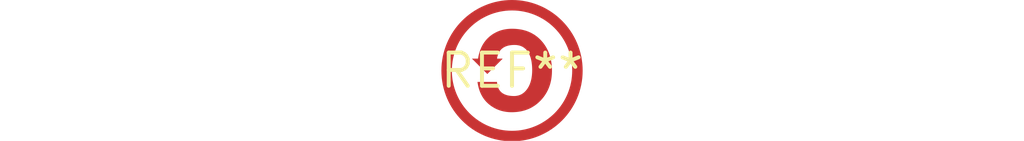
<source format=kicad_pcb>
(kicad_pcb (version 20240108) (generator pcbnew)
  (layers (0 "F.Cu" signal) (31 "B.Cu" signal) (34 "B.Paste" user) (35 "F.Paste" user) (36 "B.SilkS" user "B.Silkscreen") (37 "F.SilkS" user "F.Silkscreen") (38 "B.Mask" user) (39 "F.Mask" user) (44 "Edge.Cuts" user))
  (net 0 "")
  (footprint "Symbol_CC-ShareAlike_CopperTop_Small" (layer "F.Cu") (at 0 0)
    (property "Reference" "REF**")
    (property "Value" "Symbol_CC-ShareAlike_CopperTop_Small")
    (fp_circle (center 0.00064 0) (end 2.50064 0) (layer "F.Cu") (stroke (width 0.4)) (fill none))
    (fp_poly (pts (xy 0.089378 -1.599407) (xy 0.173326 -1.594134) (xy 0.255047 -1.585345) (xy 0.33454 -1.573042) (xy 0.411806 -1.557226) (xy 0.486844 -1.537895) (xy 0.559651 -1.515053) (xy 0.630228 -1.488697) (xy 0.698574 -1.45883) (xy 0.764688 -1.425452) (xy 0.82857 -1.388564) (xy 0.890217 -1.348165) (xy 0.949631 -1.304256) (xy 1.006809 -1.256839) (xy 1.06175 -1.205913) (xy 1.114456 -1.151479) (xy 1.16443 -1.094264) (xy 1.211182 -1.035063) (xy 1.25471 -0.973877) (xy 1.295015 -0.910706) (xy 1.332096 -0.84555) (xy 1.365953 -0.778409) (xy 1.396587 -0.709284) (xy 1.423997 -0.638175) (xy 1.448182 -0.565082) (xy 1.469143 -0.490005) (xy 1.48688 -0.412946) (xy 1.501392 -0.333903) (xy 1.512679 -0.252878) (xy 1.520742 -0.169871) (xy 1.52558 -0.084881) (xy 1.527192 0.002091) (xy 1.525518 0.086531) (xy 1.520495 0.169169) (xy 1.512123 0.250007) (xy 1.500404 0.329043) (xy 1.485336 0.406278) (xy 1.466921 0.481713) (xy 1.445159 0.555347) (xy 1.420049 0.627181) (xy 1.391593 0.697214) (xy 1.35979 0.765447) (xy 1.324642 0.83188) (xy 1.286147 0.896512) (xy 1.244306 0.959346) (xy 1.19912 1.020379) (xy 1.150589 1.079613) (xy 1.098713 1.137047) (xy 1.044108 1.191818) (xy 0.987526 1.243058) (xy 0.928967 1.290769) (xy 0.86843 1.334948) (xy 0.805913 1.375597) (xy 0.741416 1.412713) (xy 0.674937 1.446298) (xy 0.606476 1.476349) (xy 0.53603 1.502867) (xy 0.4636 1.525851) (xy 0.389184 1.545301) (xy 0.312781 1.561215) (xy 0.23439 1.573594) (xy 0.15401 1.582437) (xy 0.07164 1.587743) (xy -0.012722 1.589512) (xy -0.075023 1.588334) (xy -0.136249 1.584801) (xy -0.1964 1.578913) (xy -0.255477 1.57067) (xy -0.313478 1.56007) (xy -0.370405 1.547114) (xy -0.426257 1.531801) (xy -0.481033 1.514132) (xy -0.534734 1.494105) (xy -0.587359 1.471722) (xy -0.638908 1.44698) (xy -0.689382 1.419881) (xy -0.73878 1.390424) (xy -0.787101 1.358608) (xy -0.834347 1.324433) (xy -0.880516 1.2879) (xy -0.925025 1.249196) (xy -0.967259 1.20851) (xy -1.007216 1.165842) (xy -1.044898 1.121192) (xy -1.080305 1.074559) (xy -1.113437 1.025943) (xy -1.144295 0.975344) (xy -1.172878 0.922762) (xy -1.199189 0.868195) (xy -1.223226 0.811645) (xy -1.244991 0.75311) (xy -1.264483 0.692591) (xy -1.281703 0.630087) (xy -1.296652 0.565598) (xy -1.30933 0.499123) (xy -1.319737 0.430663) (xy -0.57344 0.430663) (xy -0.571207 0.463873) (xy -0.567805 0.496028) (xy -0.563235 0.527129) (xy -0.557497 0.557176) (xy -0.55059 0.586169) (xy -0.542515 0.614107) (xy -0.533272 0.640991) (xy -0.522861 0.666821) (xy -0.511282 0.691597) (xy -0.498534 0.715318) (xy -0.484618 0.737985) (xy -0.469534 0.759597) (xy -0.453282 0.780156) (xy -0.435861 0.79966) (xy -0.417273 0.81811) (xy -0.397516 0.835505) (xy -0.37659 0.851847) (xy -0.354497 0.867134) (xy -0.331235 0.881366) (xy -0.306805 0.894545) (xy -0.281207 0.906669) (xy -0.254441 0.917739) (xy -0.226507 0.927755) (xy -0.197404 0.936716) (xy -0.167133 0.944623) (xy -0.135694 0.951476) (xy -0.103086 0.957274) (xy -0.06931 0.962019) (xy -0.034367 0.965708) (xy 0.001746 0.968344) (xy 0.039026 0.969926) (xy 0.077475 0.970453) (xy 0.116 0.969398) (xy 0.153581 0.966234) (xy 0.190217 0.960961) (xy 0.225906 0.953578) (xy 0.260648 0.944088) (xy 0.294443 0.932489) (xy 0.32729 0.918782) (xy 0.359188 0.902967) (xy 0.390136 0.885045) (xy 0.420134 0.865016) (xy 0.449181 0.84288) (xy 0.477277 0.818637) (xy 0.50442 0.792287) (xy 0.530611 0.763832) (xy 0.555847 0.733271) (xy 0.58013 0.700604) (xy 0.603224 0.666179) (xy 0.624828 0.630344) (xy 0.64494 0.5931) (xy 0.663562 0.554447) (xy 0.680693 0.514386) (xy 0.696334 0.472918) (xy 0.710485 0.430042) (xy 0.723146 0.385761) (xy 0.734316 0.340075) (xy 0.743997 0.292984) (xy 0.752188 0.244489) (xy 0.758889 0.19459) (xy 0.764101 0.143289) (xy 0.767824 0.090586) (xy 0.770058 0.036482) (xy 0.770802 -0.019023) (xy 0.77012 -0.077022) (xy 0.768072 -0.133261) (xy 0.76466 -0.187741) (xy 0.759883 -0.240461) (xy 0.753743 -0.291423) (xy 0.746238 -0.340627) (xy 0.73737 -0.388074) (xy 0.727139 -0.433762) (xy 0.715545 -0.477694) (xy 0.702588 -0.51987) (xy 0.688268 -0.560289) (xy 0.672587 -0.598952) (xy 0.655543 -0.63586) (xy 0.637138 -0.671014) (xy 0.617371 -0.704412) (xy 0.596243 -0.736057) (xy 0.573803 -0.765847) (xy 0.550169 -0.793716) (xy 0.525339 -0.819664) (xy 0.499313 -0.843691) (xy 0.47209 -0.865796) (xy 0.443669 -0.88598) (xy 0.41405 -0.904242) (xy 0.383231 -0.920582) (xy 0.351212 -0.935001) (xy 0.317991 -0.947498) (xy 0.283569 -0.958072) (xy 0.247945 -0.966724) (xy 0.211116 -0.973454) (xy 0.173084 -0.978261) (xy 0.133846 -0.981145) (xy 0.093403 -0.982106) (xy 0.021324 -0.980061) (xy -0.046698 -0.973924) (xy -0.110664 -0.963695) (xy -0.170576 -0.949375) (xy -0.199011 -0.940681) (xy -0.226432 -0.930963) (xy -0.25284 -0.920223) (xy -0.278234 -0.908459) (xy -0.302615 -0.895673) (xy -0.325982 -0.881864) (xy -0.348336 -0.867031) (xy -0.369676 -0.851176) (xy -0.390003 -0.834297) (xy -0.409317 -0.816395) (xy -0.427618 -0.79747) (xy -0.444905 -0.777523) (xy -0.46118 -0.756551) (xy -0.476441 -0.734557) (xy -0.490689 -0.71154) (xy -0.503925 -0.687499) (xy -0.516147 -0.662435) (xy -0.527357 -0.636348) (xy -0.537553 -0.609238) (xy -0.546738 -0.581104) (xy -0.554909 -0.551948) (xy -0.562068 -0.521767) (xy -0.573347 -0.458337) (xy -0.356376 -0.458337) (xy -0.943671 0.129051) (xy -1.53106 -0.458337) (xy -1.298438 -0.458245) (xy -1.28681 -0.525417) (xy -1.273075 -0.590666) (xy -1.257231 -0.653992) (xy -1.239279 -0.715395) (xy -1.219218 -0.774875) (xy -1.197049 -0.832432) (xy -1.17277 -0.888066) (xy -1.146382 -0.941777) (xy -1.117885 -0.993565) (xy -1.087277 -1.043431) (xy -1.05456 -1.091373) (xy -1.019732 -1.137392) (xy -0.982793 -1.181488) (xy -0.943743 -1.223661) (xy -0.902582 -1.263912) (xy -0.859309 -1.302239) (xy -0.814399 -1.338437) (xy -0.768291 -1.3723) (xy -0.720984 -1.403827) (xy -0.672478 -1.433019) (xy -0.622773 -1.459876) (xy -0.571868 -1.484397) (xy -0.519764 -1.506583) (xy -0.466459 -1.526434) (xy -0.411955 -1.543949) (xy -0.35625 -1.559129) (xy -0.299344 -1.571973) (xy -0.241237 -1.582482) (xy -0.181929 -1.590656) (xy -0.12142 -1.596494) (xy -0.059708 -1.599997) (xy 0.003206 -1.601165)) (layer "F.Cu") (fill solid))
  )
)
</source>
